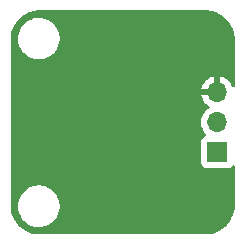
<source format=gbl>
%TF.GenerationSoftware,KiCad,Pcbnew,(6.0.0-0)*%
%TF.CreationDate,2022-08-17T15:23:25+02:00*%
%TF.ProjectId,ap3722at_mic_breakout,61703337-3232-4617-945f-6d69635f6272,rev?*%
%TF.SameCoordinates,Original*%
%TF.FileFunction,Copper,L2,Bot*%
%TF.FilePolarity,Positive*%
%FSLAX46Y46*%
G04 Gerber Fmt 4.6, Leading zero omitted, Abs format (unit mm)*
G04 Created by KiCad (PCBNEW (6.0.0-0)) date 2022-08-17 15:23:25*
%MOMM*%
%LPD*%
G01*
G04 APERTURE LIST*
%TA.AperFunction,ComponentPad*%
%ADD10R,1.700000X1.700000*%
%TD*%
%TA.AperFunction,ComponentPad*%
%ADD11O,1.700000X1.700000*%
%TD*%
%TA.AperFunction,ViaPad*%
%ADD12C,0.800000*%
%TD*%
G04 APERTURE END LIST*
D10*
%TO.P,J1,1,Pin_1*%
%TO.N,VDD*%
X174000000Y-115525000D03*
D11*
%TO.P,J1,2,Pin_2*%
%TO.N,OUT*%
X174000000Y-112985000D03*
%TO.P,J1,3,Pin_3*%
%TO.N,GND*%
X174000000Y-110445000D03*
%TD*%
D12*
%TO.N,GND*%
X165400000Y-110800000D03*
X163000000Y-111000000D03*
X166600000Y-110800000D03*
%TD*%
%TA.AperFunction,Conductor*%
%TO.N,GND*%
G36*
X172970057Y-103509500D02*
G01*
X172984858Y-103511805D01*
X172984861Y-103511805D01*
X172993730Y-103513186D01*
X173010899Y-103510941D01*
X173034839Y-103510108D01*
X173292770Y-103525710D01*
X173307874Y-103527544D01*
X173378648Y-103540514D01*
X173588879Y-103579040D01*
X173603641Y-103582678D01*
X173876408Y-103667675D01*
X173890627Y-103673069D01*
X174151140Y-103790316D01*
X174164609Y-103797385D01*
X174409095Y-103945182D01*
X174421617Y-103953825D01*
X174646507Y-104130016D01*
X174657895Y-104140106D01*
X174859894Y-104342105D01*
X174869984Y-104353493D01*
X175046175Y-104578383D01*
X175054818Y-104590905D01*
X175202615Y-104835391D01*
X175209684Y-104848860D01*
X175297992Y-105045072D01*
X175326930Y-105109370D01*
X175332326Y-105123596D01*
X175417321Y-105396353D01*
X175420960Y-105411121D01*
X175459486Y-105621352D01*
X175472456Y-105692126D01*
X175474290Y-105707230D01*
X175489455Y-105957929D01*
X175488198Y-105984639D01*
X175488195Y-105984859D01*
X175486814Y-105993730D01*
X175487978Y-106002632D01*
X175487978Y-106002635D01*
X175490936Y-106025251D01*
X175492000Y-106041589D01*
X175492000Y-109864765D01*
X175471998Y-109932886D01*
X175418342Y-109979379D01*
X175348068Y-109989483D01*
X175283488Y-109959989D01*
X175250450Y-109915007D01*
X175202972Y-109805814D01*
X175198105Y-109796739D01*
X175082426Y-109617926D01*
X175076136Y-109609757D01*
X174932806Y-109452240D01*
X174925273Y-109445215D01*
X174758139Y-109313222D01*
X174749552Y-109307517D01*
X174563117Y-109204599D01*
X174553705Y-109200369D01*
X174352959Y-109129280D01*
X174342988Y-109126646D01*
X174271837Y-109113972D01*
X174258540Y-109115432D01*
X174254000Y-109129989D01*
X174254000Y-110573000D01*
X174233998Y-110641121D01*
X174180342Y-110687614D01*
X174128000Y-110699000D01*
X172683225Y-110699000D01*
X172669694Y-110702973D01*
X172668257Y-110712966D01*
X172698565Y-110847446D01*
X172701645Y-110857275D01*
X172781770Y-111054603D01*
X172786413Y-111063794D01*
X172897694Y-111245388D01*
X172903777Y-111253699D01*
X173043213Y-111414667D01*
X173050580Y-111421883D01*
X173214434Y-111557916D01*
X173222881Y-111563831D01*
X173291969Y-111604203D01*
X173340693Y-111655842D01*
X173353764Y-111725625D01*
X173327033Y-111791396D01*
X173286584Y-111824752D01*
X173273607Y-111831507D01*
X173269474Y-111834610D01*
X173269471Y-111834612D01*
X173245247Y-111852800D01*
X173094965Y-111965635D01*
X172940629Y-112127138D01*
X172814743Y-112311680D01*
X172799007Y-112345580D01*
X172740496Y-112471633D01*
X172720688Y-112514305D01*
X172660989Y-112729570D01*
X172637251Y-112951695D01*
X172650110Y-113174715D01*
X172651247Y-113179761D01*
X172651248Y-113179767D01*
X172672275Y-113273069D01*
X172699222Y-113392639D01*
X172783266Y-113599616D01*
X172899987Y-113790088D01*
X173046250Y-113958938D01*
X173050230Y-113962242D01*
X173054981Y-113966187D01*
X173094616Y-114025090D01*
X173096113Y-114096071D01*
X173058997Y-114156593D01*
X173018724Y-114181112D01*
X172903295Y-114224385D01*
X172786739Y-114311739D01*
X172699385Y-114428295D01*
X172648255Y-114564684D01*
X172641500Y-114626866D01*
X172641500Y-116423134D01*
X172648255Y-116485316D01*
X172699385Y-116621705D01*
X172786739Y-116738261D01*
X172903295Y-116825615D01*
X173039684Y-116876745D01*
X173101866Y-116883500D01*
X174898134Y-116883500D01*
X174960316Y-116876745D01*
X175096705Y-116825615D01*
X175213261Y-116738261D01*
X175265174Y-116668994D01*
X175322033Y-116626479D01*
X175392852Y-116621453D01*
X175455145Y-116655513D01*
X175489135Y-116717845D01*
X175492000Y-116744559D01*
X175492000Y-119950672D01*
X175490500Y-119970056D01*
X175486814Y-119993730D01*
X175488454Y-120006270D01*
X175489059Y-120010897D01*
X175489892Y-120034839D01*
X175474290Y-120292770D01*
X175472456Y-120307874D01*
X175434294Y-120516123D01*
X175420962Y-120588873D01*
X175417321Y-120603647D01*
X175332326Y-120876404D01*
X175326931Y-120890627D01*
X175296233Y-120958837D01*
X175209686Y-121151136D01*
X175202615Y-121164609D01*
X175054818Y-121409095D01*
X175046175Y-121421617D01*
X174869984Y-121646507D01*
X174859894Y-121657895D01*
X174657895Y-121859894D01*
X174646507Y-121869984D01*
X174421617Y-122046175D01*
X174409095Y-122054818D01*
X174164609Y-122202615D01*
X174151140Y-122209684D01*
X173890630Y-122326930D01*
X173876408Y-122332325D01*
X173603641Y-122417322D01*
X173588879Y-122420960D01*
X173378648Y-122459486D01*
X173307874Y-122472456D01*
X173292770Y-122474290D01*
X173042071Y-122489455D01*
X173015361Y-122488198D01*
X173015141Y-122488195D01*
X173006270Y-122486814D01*
X172997368Y-122487978D01*
X172997365Y-122487978D01*
X172974749Y-122490936D01*
X172958411Y-122492000D01*
X159049328Y-122492000D01*
X159029943Y-122490500D01*
X159015142Y-122488195D01*
X159015139Y-122488195D01*
X159006270Y-122486814D01*
X158989101Y-122489059D01*
X158965161Y-122489892D01*
X158707230Y-122474290D01*
X158692126Y-122472456D01*
X158621352Y-122459486D01*
X158411121Y-122420960D01*
X158396359Y-122417322D01*
X158123592Y-122332325D01*
X158109370Y-122326930D01*
X157848860Y-122209684D01*
X157835391Y-122202615D01*
X157590905Y-122054818D01*
X157578383Y-122046175D01*
X157353493Y-121869984D01*
X157342105Y-121859894D01*
X157140106Y-121657895D01*
X157130016Y-121646507D01*
X156953825Y-121421617D01*
X156945182Y-121409095D01*
X156797385Y-121164609D01*
X156790314Y-121151136D01*
X156703768Y-120958837D01*
X156673069Y-120890627D01*
X156667674Y-120876404D01*
X156582679Y-120603647D01*
X156579038Y-120588873D01*
X156565707Y-120516123D01*
X156527544Y-120307874D01*
X156525710Y-120292770D01*
X156520561Y-120207655D01*
X157139858Y-120207655D01*
X157175104Y-120466638D01*
X157176412Y-120471124D01*
X157176412Y-120471126D01*
X157196098Y-120538664D01*
X157248243Y-120717567D01*
X157357668Y-120954928D01*
X157360231Y-120958837D01*
X157498410Y-121169596D01*
X157498414Y-121169601D01*
X157500976Y-121173509D01*
X157675018Y-121368506D01*
X157875970Y-121535637D01*
X157879973Y-121538066D01*
X158095422Y-121668804D01*
X158095426Y-121668806D01*
X158099419Y-121671229D01*
X158340455Y-121772303D01*
X158593783Y-121836641D01*
X158598434Y-121837109D01*
X158598438Y-121837110D01*
X158791308Y-121856531D01*
X158810867Y-121858500D01*
X158966354Y-121858500D01*
X158968679Y-121858327D01*
X158968685Y-121858327D01*
X159156000Y-121844407D01*
X159156004Y-121844406D01*
X159160652Y-121844061D01*
X159165200Y-121843032D01*
X159165206Y-121843031D01*
X159351601Y-121800853D01*
X159415577Y-121786377D01*
X159451769Y-121772303D01*
X159654824Y-121693340D01*
X159654827Y-121693339D01*
X159659177Y-121691647D01*
X159886098Y-121561951D01*
X160091357Y-121400138D01*
X160270443Y-121209763D01*
X160419424Y-120995009D01*
X160474328Y-120883675D01*
X160532960Y-120764781D01*
X160532961Y-120764778D01*
X160535025Y-120760593D01*
X160614707Y-120511665D01*
X160656721Y-120253693D01*
X160659960Y-120006270D01*
X160660081Y-119997022D01*
X160660081Y-119997019D01*
X160660142Y-119992345D01*
X160624896Y-119733362D01*
X160610473Y-119683877D01*
X160553068Y-119486932D01*
X160551757Y-119482433D01*
X160442332Y-119245072D01*
X160409519Y-119195024D01*
X160301590Y-119030404D01*
X160301586Y-119030399D01*
X160299024Y-119026491D01*
X160124982Y-118831494D01*
X159924030Y-118664363D01*
X159876844Y-118635730D01*
X159704578Y-118531196D01*
X159704574Y-118531194D01*
X159700581Y-118528771D01*
X159459545Y-118427697D01*
X159206217Y-118363359D01*
X159201566Y-118362891D01*
X159201562Y-118362890D01*
X158992271Y-118341816D01*
X158989133Y-118341500D01*
X158833646Y-118341500D01*
X158831321Y-118341673D01*
X158831315Y-118341673D01*
X158644000Y-118355593D01*
X158643996Y-118355594D01*
X158639348Y-118355939D01*
X158634800Y-118356968D01*
X158634794Y-118356969D01*
X158448399Y-118399147D01*
X158384423Y-118413623D01*
X158380071Y-118415315D01*
X158380069Y-118415316D01*
X158145176Y-118506660D01*
X158145173Y-118506661D01*
X158140823Y-118508353D01*
X157913902Y-118638049D01*
X157708643Y-118799862D01*
X157529557Y-118990237D01*
X157380576Y-119204991D01*
X157264975Y-119439407D01*
X157185293Y-119688335D01*
X157143279Y-119946307D01*
X157139858Y-120207655D01*
X156520561Y-120207655D01*
X156510545Y-120042071D01*
X156511802Y-120015361D01*
X156511805Y-120015141D01*
X156513186Y-120006270D01*
X156511547Y-119993730D01*
X156509064Y-119974749D01*
X156508000Y-119958411D01*
X156508000Y-110179183D01*
X172664389Y-110179183D01*
X172665912Y-110187607D01*
X172678292Y-110191000D01*
X173727885Y-110191000D01*
X173743124Y-110186525D01*
X173744329Y-110185135D01*
X173746000Y-110177452D01*
X173746000Y-109128102D01*
X173742082Y-109114758D01*
X173727806Y-109112771D01*
X173689324Y-109118660D01*
X173679288Y-109121051D01*
X173476868Y-109187212D01*
X173467359Y-109191209D01*
X173278463Y-109289542D01*
X173269738Y-109295036D01*
X173099433Y-109422905D01*
X173091726Y-109429748D01*
X172944590Y-109583717D01*
X172938104Y-109591727D01*
X172818098Y-109767649D01*
X172813000Y-109776623D01*
X172723338Y-109969783D01*
X172719775Y-109979470D01*
X172664389Y-110179183D01*
X156508000Y-110179183D01*
X156508000Y-106049328D01*
X156509500Y-106029943D01*
X156511805Y-106015142D01*
X156511805Y-106015139D01*
X156512970Y-106007655D01*
X157139858Y-106007655D01*
X157175104Y-106266638D01*
X157176412Y-106271124D01*
X157176412Y-106271126D01*
X157196098Y-106338664D01*
X157248243Y-106517567D01*
X157357668Y-106754928D01*
X157360231Y-106758837D01*
X157498410Y-106969596D01*
X157498414Y-106969601D01*
X157500976Y-106973509D01*
X157675018Y-107168506D01*
X157875970Y-107335637D01*
X157879973Y-107338066D01*
X158095422Y-107468804D01*
X158095426Y-107468806D01*
X158099419Y-107471229D01*
X158340455Y-107572303D01*
X158593783Y-107636641D01*
X158598434Y-107637109D01*
X158598438Y-107637110D01*
X158791308Y-107656531D01*
X158810867Y-107658500D01*
X158966354Y-107658500D01*
X158968679Y-107658327D01*
X158968685Y-107658327D01*
X159156000Y-107644407D01*
X159156004Y-107644406D01*
X159160652Y-107644061D01*
X159165200Y-107643032D01*
X159165206Y-107643031D01*
X159351601Y-107600853D01*
X159415577Y-107586377D01*
X159451769Y-107572303D01*
X159654824Y-107493340D01*
X159654827Y-107493339D01*
X159659177Y-107491647D01*
X159886098Y-107361951D01*
X160091357Y-107200138D01*
X160270443Y-107009763D01*
X160419424Y-106795009D01*
X160535025Y-106560593D01*
X160614707Y-106311665D01*
X160656721Y-106053693D01*
X160660142Y-105792345D01*
X160624896Y-105533362D01*
X160610473Y-105483877D01*
X160587081Y-105403626D01*
X160551757Y-105282433D01*
X160442332Y-105045072D01*
X160399966Y-104980453D01*
X160301590Y-104830404D01*
X160301586Y-104830399D01*
X160299024Y-104826491D01*
X160124982Y-104631494D01*
X159924030Y-104464363D01*
X159722555Y-104342105D01*
X159704578Y-104331196D01*
X159704574Y-104331194D01*
X159700581Y-104328771D01*
X159459545Y-104227697D01*
X159206217Y-104163359D01*
X159201566Y-104162891D01*
X159201562Y-104162890D01*
X158992271Y-104141816D01*
X158989133Y-104141500D01*
X158833646Y-104141500D01*
X158831321Y-104141673D01*
X158831315Y-104141673D01*
X158644000Y-104155593D01*
X158643996Y-104155594D01*
X158639348Y-104155939D01*
X158634800Y-104156968D01*
X158634794Y-104156969D01*
X158448399Y-104199147D01*
X158384423Y-104213623D01*
X158380071Y-104215315D01*
X158380069Y-104215316D01*
X158145176Y-104306660D01*
X158145173Y-104306661D01*
X158140823Y-104308353D01*
X157913902Y-104438049D01*
X157708643Y-104599862D01*
X157529557Y-104790237D01*
X157380576Y-105004991D01*
X157378510Y-105009181D01*
X157378508Y-105009184D01*
X157322087Y-105123596D01*
X157264975Y-105239407D01*
X157185293Y-105488335D01*
X157143279Y-105746307D01*
X157143218Y-105750980D01*
X157139924Y-106002635D01*
X157139858Y-106007655D01*
X156512970Y-106007655D01*
X156513186Y-106006270D01*
X156510941Y-105989101D01*
X156510108Y-105965161D01*
X156525710Y-105707230D01*
X156527544Y-105692126D01*
X156540514Y-105621352D01*
X156579040Y-105411121D01*
X156582679Y-105396353D01*
X156667674Y-105123596D01*
X156673070Y-105109370D01*
X156702008Y-105045072D01*
X156790316Y-104848860D01*
X156797385Y-104835391D01*
X156945182Y-104590905D01*
X156953825Y-104578383D01*
X157130016Y-104353493D01*
X157140106Y-104342105D01*
X157342105Y-104140106D01*
X157353493Y-104130016D01*
X157578383Y-103953825D01*
X157590905Y-103945182D01*
X157835391Y-103797385D01*
X157848860Y-103790316D01*
X158109373Y-103673069D01*
X158123592Y-103667675D01*
X158396359Y-103582678D01*
X158411121Y-103579040D01*
X158621352Y-103540514D01*
X158692126Y-103527544D01*
X158707230Y-103525710D01*
X158957929Y-103510545D01*
X158984639Y-103511802D01*
X158984859Y-103511805D01*
X158993730Y-103513186D01*
X159002632Y-103512022D01*
X159002635Y-103512022D01*
X159025251Y-103509064D01*
X159041589Y-103508000D01*
X172950672Y-103508000D01*
X172970057Y-103509500D01*
G37*
%TD.AperFunction*%
%TD*%
M02*

</source>
